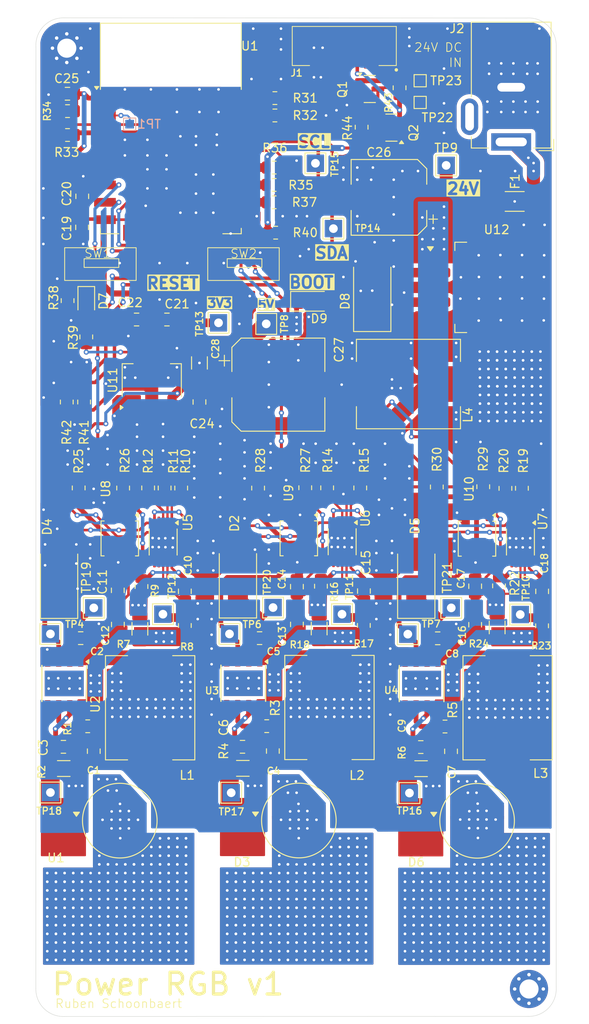
<source format=kicad_pcb>
(kicad_pcb
	(version 20240108)
	(generator "pcbnew")
	(generator_version "8.0")
	(general
		(thickness 1.6)
		(legacy_teardrops no)
	)
	(paper "A4")
	(layers
		(0 "F.Cu" signal)
		(31 "B.Cu" signal)
		(32 "B.Adhes" user "B.Adhesive")
		(33 "F.Adhes" user "F.Adhesive")
		(34 "B.Paste" user)
		(35 "F.Paste" user)
		(36 "B.SilkS" user "B.Silkscreen")
		(37 "F.SilkS" user "F.Silkscreen")
		(38 "B.Mask" user)
		(39 "F.Mask" user)
		(40 "Dwgs.User" user "User.Drawings")
		(41 "Cmts.User" user "User.Comments")
		(42 "Eco1.User" user "User.Eco1")
		(43 "Eco2.User" user "User.Eco2")
		(44 "Edge.Cuts" user)
		(45 "Margin" user)
		(46 "B.CrtYd" user "B.Courtyard")
		(47 "F.CrtYd" user "F.Courtyard")
		(48 "B.Fab" user)
		(49 "F.Fab" user)
		(50 "User.1" user)
		(51 "User.2" user)
		(52 "User.3" user)
		(53 "User.4" user)
		(54 "User.5" user)
		(55 "User.6" user)
		(56 "User.7" user)
		(57 "User.8" user)
		(58 "User.9" user)
	)
	(setup
		(pad_to_mask_clearance 0)
		(allow_soldermask_bridges_in_footprints no)
		(pcbplotparams
			(layerselection 0x00010fc_ffffffff)
			(plot_on_all_layers_selection 0x0000000_00000000)
			(disableapertmacros no)
			(usegerberextensions no)
			(usegerberattributes yes)
			(usegerberadvancedattributes yes)
			(creategerberjobfile yes)
			(dashed_line_dash_ratio 12.000000)
			(dashed_line_gap_ratio 3.000000)
			(svgprecision 4)
			(plotframeref no)
			(viasonmask no)
			(mode 1)
			(useauxorigin no)
			(hpglpennumber 1)
			(hpglpenspeed 20)
			(hpglpendiameter 15.000000)
			(pdf_front_fp_property_popups yes)
			(pdf_back_fp_property_popups yes)
			(dxfpolygonmode yes)
			(dxfimperialunits yes)
			(dxfusepcbnewfont yes)
			(psnegative no)
			(psa4output no)
			(plotreference yes)
			(plotvalue yes)
			(plotfptext yes)
			(plotinvisibletext no)
			(sketchpadsonfab no)
			(subtractmaskfromsilk no)
			(outputformat 1)
			(mirror no)
			(drillshape 1)
			(scaleselection 1)
			(outputdirectory "")
		)
	)
	(net 0 "")
	(net 1 "Net-(U2-VIN)")
	(net 2 "GND")
	(net 3 "Net-(U2-BOOT)")
	(net 4 "Net-(D4-K)")
	(net 5 "Net-(U3-VIN)")
	(net 6 "Net-(U3-BOOT)")
	(net 7 "Net-(D2-K)")
	(net 8 "Net-(U4-VIN)")
	(net 9 "Net-(U4-BOOT)")
	(net 10 "Net-(D5-K)")
	(net 11 "Net-(U4-VCC)")
	(net 12 "Net-(U5-Vin+)")
	(net 13 "Net-(U5-Vin-)")
	(net 14 "+3V3")
	(net 15 "Net-(U6-Vin-)")
	(net 16 "Net-(U6-Vin+)")
	(net 17 "Net-(U7-Vin-)")
	(net 18 "Net-(U7-Vin+)")
	(net 19 "+5V")
	(net 20 "RST")
	(net 21 "+24V")
	(net 22 "Net-(D1-K)")
	(net 23 "Net-(D1-A)")
	(net 24 "Net-(D3-A)")
	(net 25 "Net-(D3-K)")
	(net 26 "Net-(D6-K)")
	(net 27 "Net-(D6-A)")
	(net 28 "GPIO16")
	(net 29 "Net-(D7-A)")
	(net 30 "Net-(D8-K)")
	(net 31 "Net-(F1-Pad1)")
	(net 32 "TX")
	(net 33 "RTS")
	(net 34 "DTR")
	(net 35 "RX")
	(net 36 "Net-(Q1-G)")
	(net 37 "Net-(Q2-G)")
	(net 38 "Net-(U2-RON)")
	(net 39 "Net-(U3-RON)")
	(net 40 "Net-(U4-RON)")
	(net 41 "Net-(U5-A1)")
	(net 42 "Net-(U5-A0)")
	(net 43 "Net-(U5-~{Alert})")
	(net 44 "Net-(U6-~{Alert})")
	(net 45 "Net-(U6-A1)")
	(net 46 "Net-(U7-A0)")
	(net 47 "Net-(U7-~{Alert})")
	(net 48 "Net-(R25-Pad2)")
	(net 49 "Net-(U8-A)")
	(net 50 "GPIO12")
	(net 51 "GPIO13")
	(net 52 "Net-(U9-A)")
	(net 53 "Net-(R28-Pad2)")
	(net 54 "GPIO14")
	(net 55 "Net-(U10-A)")
	(net 56 "Net-(R30-Pad2)")
	(net 57 "Net-(U1-GPIO1{slash}TXD)")
	(net 58 "Net-(U1-GPIO3{slash}RXD)")
	(net 59 "Net-(U1-EN)")
	(net 60 "Net-(U1-GPIO2)")
	(net 61 "GPIO0")
	(net 62 "Net-(U1-GPIO15)")
	(net 63 "Net-(R40-Pad2)")
	(net 64 "SDA")
	(net 65 "SCL")
	(net 66 "ADC")
	(net 67 "unconnected-(U1-GPIO10-Pad12)")
	(net 68 "unconnected-(U1-GPIO9-Pad11)")
	(net 69 "unconnected-(U1-SCLK-Pad14)")
	(net 70 "unconnected-(U1-CS0-Pad9)")
	(net 71 "unconnected-(U1-MOSI-Pad13)")
	(net 72 "unconnected-(U1-MISO-Pad10)")
	(net 73 "unconnected-(U1-GND-Pad15)")
	(net 74 "Net-(U2-DIM)")
	(net 75 "Net-(U3-DIM)")
	(net 76 "Net-(U4-DIM)")
	(net 77 "Net-(U2-VCC)")
	(net 78 "Net-(U3-VCC)")
	(net 79 "unconnected-(D6-Pad3)")
	(net 80 "unconnected-(D1-Pad3)")
	(net 81 "unconnected-(D3-Pad3)")
	(net 82 "unconnected-(H1-Pad1)")
	(net 83 "unconnected-(H1-Pad1)_1")
	(net 84 "unconnected-(H1-Pad1)_2")
	(net 85 "unconnected-(H1-Pad1)_3")
	(net 86 "unconnected-(H1-Pad1)_4")
	(net 87 "unconnected-(H1-Pad1)_5")
	(net 88 "unconnected-(H1-Pad1)_6")
	(net 89 "unconnected-(H1-Pad1)_7")
	(net 90 "unconnected-(H1-Pad1)_8")
	(net 91 "Net-(D9-A)")
	(footprint "Resistor_SMD:R_0805_2012Metric" (layer "F.Cu") (at 61.524761 79.883415 90))
	(footprint "TestPoint:TestPoint_THTPad_2.0x2.0mm_Drill1.0mm" (layer "F.Cu") (at 49 60.88125 180))
	(footprint "Capacitor_SMD:CP_Elec_8x10.5" (layer "F.Cu") (at 68.65 46.43125 180))
	(footprint "Resistor_SMD:R_1206_3216Metric" (layer "F.Cu") (at 81.128586 95.967701 -90))
	(footprint "Diode_SMD:D_1206_3216Metric" (layer "F.Cu") (at 59.6 58.4))
	(footprint "MountingHole:MountingHole_2.2mm_M2_Pad_Via" (layer "F.Cu") (at 84.8 137.6))
	(footprint "Capacitor_SMD:C_0805_2012Metric" (layer "F.Cu") (at 31.113241 109.711892))
	(footprint "LED_SMD:LED_1W_3W_R8" (layer "F.Cu") (at 37.613241 118.211892))
	(footprint "Resistor_SMD:R_0805_2012Metric" (layer "F.Cu") (at 31.594209 58.323907 -90))
	(footprint "Capacitor_SMD:C_0805_2012Metric" (layer "F.Cu") (at 33.267769 49.88422 90))
	(footprint "Resistor_SMD:R_0805_2012Metric" (layer "F.Cu") (at 60.808612 91.213098 -90))
	(footprint "Resistor_SMD:R_0805_2012Metric" (layer "F.Cu") (at 55.5 37 180))
	(footprint "TestPoint:TestPoint_Pad_1.0x1.0mm" (layer "F.Cu") (at 72.25 35.5))
	(footprint "Resistor_SMD:R_0805_2012Metric" (layer "F.Cu") (at 55.4125 47))
	(footprint "Resistor_SMD:R_0805_2012Metric" (layer "F.Cu") (at 82.081916 79.945816 90))
	(footprint "Resistor_SMD:R_0805_2012Metric" (layer "F.Cu") (at 55.4125 45))
	(footprint "Resistor_SMD:R_1206_3216Metric" (layer "F.Cu") (at 51.801413 112.190242))
	(footprint "LED_SMD:LED_0805_2012Metric" (layer "F.Cu") (at 33.75 58.3875 -90))
	(footprint "Capacitor_SMD:C_0805_2012Metric" (layer "F.Cu") (at 39.55 60.5))
	(footprint "Resistor_SMD:R_0805_2012Metric" (layer "F.Cu") (at 65.756507 95.727821 -90))
	(footprint "Capacitor_SMD:C_0805_2012Metric" (layer "F.Cu") (at 43.05 60.5 180))
	(footprint "Capacitor_SMD:C_0805_2012Metric" (layer "F.Cu") (at 45.113241 91.799392 -90))
	(footprint "Capacitor_SMD:C_0805_2012Metric" (layer "F.Cu") (at 51.762537 109.708311))
	(footprint "Resistor_SMD:R_0805_2012Metric" (layer "F.Cu") (at 83.982523 79.934085 90))
	(footprint "Resistor_SMD:R_0805_2012Metric" (layer "F.Cu") (at 42.783031 79.902598 90))
	(footprint "Capacitor_SMD:C_0805_2012Metric" (layer "F.Cu") (at 37.392589 95.624392 90))
	(footprint "Connector_BarrelJack:BarrelJack_GCT_DCJ200-10-A_Horizontal" (layer "F.Cu") (at 82.75 40.05 180))
	(footprint "TestPoint:TestPoint_THTPad_2.0x2.0mm_Drill1.0mm" (layer "F.Cu") (at 50.460455 115 180))
	(footprint "Package_TO_SOT_SMD:SOT-23" (layer "F.Cu") (at 68.9375 38.4 180))
	(footprint "Capacitor_SMD:CP_Elec_10x10.5" (layer "F.Cu") (at 55.9 68))
	(footprint "Capacitor_SMD:C_0805_2012Metric" (layer "F.Cu") (at 46.8 70 90))
	(footprint "Diode_SMD:D_SMB_Handsoldering" (layer "F.Cu") (at 66.725 57.175 90))
	(footprint "Resistor_SMD:R_0805_2012Metric" (layer "F.Cu") (at 75.115252 107.372696 180))
	(footprint "Diode_SMD:D_SMB_Handsoldering" (layer "F.Cu") (at 71.800989 90.208364 90))
	(footprint "TestPoint:TestPoint_THTPad_2.0x2.0mm_Drill1.0mm" (layer "F.Cu") (at 83.791951 94.474479 90))
	(footprint "Package_SO:TI_SO-PowerPAD-8_ThermalVias" (layer "F.Cu") (at 72.414022 102.425742 -90))
	(footprint "Resistor_SMD:R_0805_2012Metric" (layer "F.Cu") (at 32.872143 79.895229 -90))
	(footprint "Resistor_SMD:R_0805_2012Metric" (layer "F.Cu") (at 65.341598 79.894312 90))
	(footprint "F33B-1A7Q1-E8C08 :AMPHENOL_F33B-1A7Q1-E8C08" (layer "F.Cu") (at 63.5 29.25 180))
	(footprint "TestPoint:TestPoint_THTPad_2.0x2.0mm_Drill1.0mm"
		(layer "F.Cu")
		(uuid "6bebe0cc-6b81-4de1-97ef-d4602e3dd2df")
		(at 29.613241 114.971813 90)
		(descr "THT rectangular pad as test Point, square 2.0mm_Drill1.0mm  side length, hole diameter 1.0mm")
		(tags "test point THT pad rectangle square")
		(property "Reference" "TP18"
			(at -2.128344 -0.147798 0)
			(layer "F.SilkS")
			(uuid "da50bfaa-856d-40c0-9189-6aebe060f7ea")
			(effects
				(font
					(size 0.8 0.8)
					(thickness 0.15)
				)
			)
		)
		(property "Value" "TestPoint"
			(at 0 2.05 90)
			(layer "F.Fab")
			(uuid "2c503a8a-48de-42aa-af41-4adbfd38daad")
			(effects
				(font
					(size 1 1)
					(thickness 0.15)
				)
			)
		)
		(property "Footprint" "TestPoint:TestPoint_THTPad_2.0x2.0mm_Drill1.0mm"
			(at 0 0 90)
			(unlocked yes)
			(layer "F.Fab")
			(hide yes)
			(uuid "889fdfa5-3405-4514-aa77-d338cdbf633d")
			(effects
				(font
					(size 1.27 1.27)
					(thickness 0.15)
				)
			)
		)
		(property "Datasheet" ""
			(at 0 0 90)
			(unlocked yes)
			(layer "F.Fab")
			(hide yes)
			(uuid "2e8485de-9719-47e5-80be-e228df66b7ec")
			(effects
				(font
					(size 1.27 1.27)
					(thickness 0.15)
				)
			)
		)
		(property "Description" "test point"
			(at 0 0 90)
			(unlocked yes)
			(layer "F.Fab")
			(hide yes)
			(uuid "77cc921e-2aa5-417b-8409-05cc94cba3c0")
			(effects
				(font
					(size 1.27 1.27)
					(thickness 0.15)
				)
			)
		)
		(property ki_fp_filters "Pin* Test*")
		(path "/0646806a-f329-4ac7-a2ae-6130c44baedb")
		(sheetname "Root")
		(sheetfile "PowerRGB.kicad_sch")
		(attr exclude_from_pos_files)
		(fp_line
			(start 1.2 -1.2)
			(end 1.2 1.2)
			(stroke
				(width 0.12)
				(type solid)
			)
			(layer "F.SilkS")
			(uuid "5167c0d2-6f0a-4292-9c9d-1f585b155390")
		)
		(fp_line
			(start -1.2 -1.2)
			(end 1.2 -1.2)
			(stroke
				(width 0.12)
				(type solid)
			)
			(layer "F.SilkS")
			(uuid "0dbfe57b-72a1-4544-9ba5-b3356f4570eb")
		)
		(fp_line
			(start 1.2 1.2)
			(end -1.2 1.2)
			(stroke
				(width 0.12)
				(type solid)
			)
			(layer "F.SilkS")
			(uuid "390e185f-0667-4bb5-b5eb-4b4db4607e06")
		)
		(fp_line
			(start -1.2 1.2)
			(end -1.2 -1.2)
			(stroke
				(width 0.12)
				(type solid)
			)
			(layer "F.SilkS")
			(uuid "ca7f1ad4-44bd-40e3-a662-e6cf2b1f6374")
		)
		(fp_line
			(start -1.5 -1.5)
			(end 1.5 -1.5)
			(stroke
				(width 0.05)
				(type solid)
			)
			(layer "F.CrtYd")
			(uuid "ebce98ef-4e87-49d0-abde-e292b14b945a")
		)
		(fp_line
			(start -1.5 -1.5)
			(end -1.5 1.5)
			(stroke
				(width 0.05)
				(type solid)
			)
			(layer "F.CrtYd")
			(uuid "777b89da-da37-4734-ba80-27c32ce06e32")
		)
		(fp_line
			(start 1.5 1.5)
			(end 1.5 -1.5)
			(stroke
				(width 0.05)
				(type solid)
			)
			(layer "F.CrtYd")
			(uuid "996e4077-6301-444d-a192-995f7b517393")
		)
		(fp_line
			(start 1.5 1.5)
			(end -1.5 1.5)
			(stroke
				(width 0.05)
				(type solid)
			)
			(layer "F.CrtYd")
			(uuid "b8b6f958-5f8d-4b38-b945-d705ede02385")
		)
		(fp_text user "${REFERENCE}"
			(at 0 -2 90)
			(layer "F.Fab")
			(uuid "9d008340-e48c-472c-9555-acd349ea373f")
			(effects
				(font
					(size 1 1)
					(thickness 0.15)
				)
			)
		)
		(pad "1" thru_hole rect
			(at 0 0 90)
			(size 2 2)
			(drill 1)
			(layers "*.Cu" "*.Mask")
			(remove_unused_layers no)
			(net 22 "Net-(D1-K)")
			(pinfunction "1")
			(pintype "passive")
			(uuid "285abfe9-80c9-474f-b313-203b8965a365")
		)
		(model "${KICAD8_3DMODEL_DIR}/TestPoint.3dshapes/TestPoint_Keystone_5005-5009_Compact.wrl"
			(offset
				(xyz 0 0 0)
			)
			(scale

... [1170512 chars truncated]
</source>
